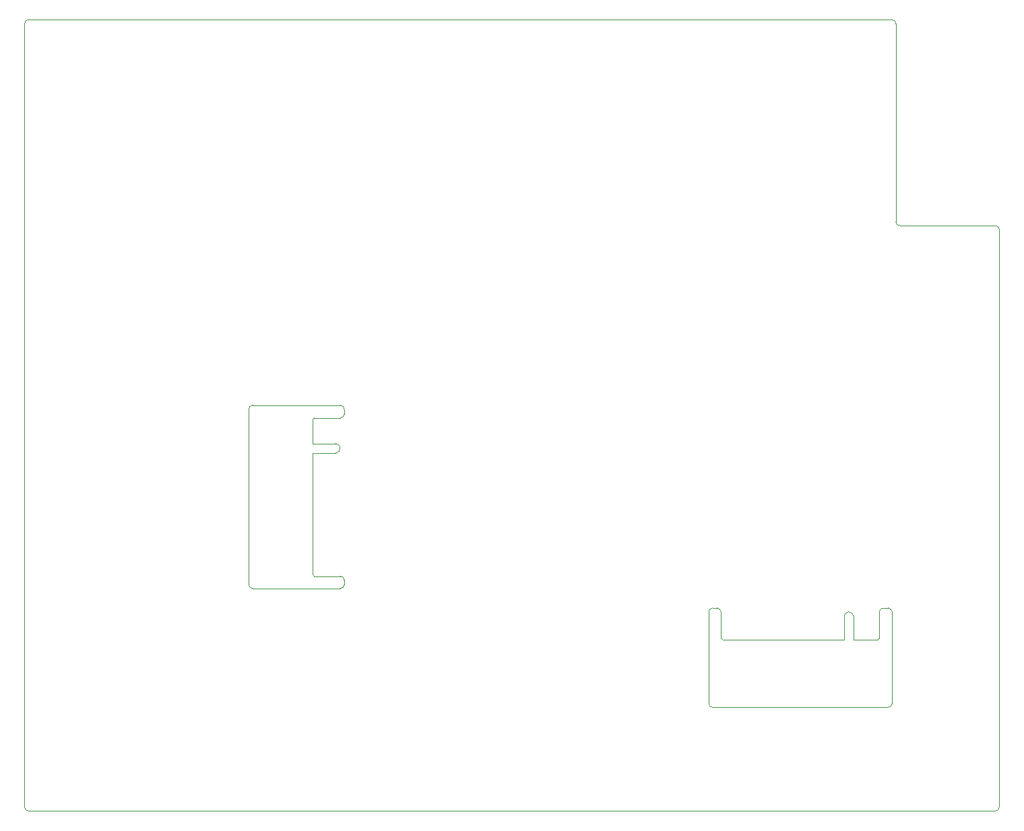
<source format=gbr>
%TF.GenerationSoftware,KiCad,Pcbnew,9.0.0*%
%TF.CreationDate,2025-03-02T13:04:46-05:00*%
%TF.ProjectId,Interposer_Board_JoneyTech,496e7465-7270-46f7-9365-725f426f6172,rev?*%
%TF.SameCoordinates,Original*%
%TF.FileFunction,Profile,NP*%
%FSLAX46Y46*%
G04 Gerber Fmt 4.6, Leading zero omitted, Abs format (unit mm)*
G04 Created by KiCad (PCBNEW 9.0.0) date 2025-03-02 13:04:46*
%MOMM*%
%LPD*%
G01*
G04 APERTURE LIST*
%TA.AperFunction,Profile*%
%ADD10C,0.050000*%
%TD*%
G04 APERTURE END LIST*
D10*
X191776100Y-46278600D02*
G75*
G02*
X192276100Y-46778600I0J-500000D01*
G01*
X105951100Y-70653600D02*
X105951100Y-73678600D01*
X177201100Y-98153599D02*
G75*
G02*
X177001101Y-98353600I-200000J-1D01*
G01*
X178301100Y-94353599D02*
X177751100Y-94353600D01*
X179776100Y-46278600D02*
G75*
G02*
X179276100Y-45778599I0J500000D01*
G01*
X109451100Y-70453600D02*
X106151100Y-70453600D01*
X109451100Y-68853599D02*
G75*
G02*
X109951101Y-69353600I0J-500001D01*
G01*
X179276101Y-45778599D02*
X179276100Y-20903600D01*
X177201100Y-98153600D02*
X177201100Y-94853600D01*
X178751100Y-20378601D02*
G75*
G02*
X179276099Y-20903600I0J-524999D01*
G01*
X192276100Y-119378600D02*
G75*
G02*
X191776100Y-119878600I-500000J0D01*
G01*
X156251100Y-106853600D02*
X178301100Y-106853600D01*
X156251100Y-94353599D02*
X156801100Y-94353600D01*
X178801101Y-94853600D02*
X178801100Y-106353600D01*
X173376100Y-94853600D02*
G75*
G02*
X173976100Y-95453600I0J-600000D01*
G01*
X109951100Y-69953601D02*
G75*
G02*
X109451099Y-70453600I-500000J1D01*
G01*
X106151100Y-90353600D02*
G75*
G02*
X105951100Y-90153600I0J200000D01*
G01*
X177201100Y-94853600D02*
G75*
G02*
X177701100Y-94353600I500000J0D01*
G01*
X70276100Y-119878600D02*
G75*
G02*
X69776100Y-119378600I0J500000D01*
G01*
X109451100Y-91903600D02*
X98451100Y-91903600D01*
X157501100Y-98353600D02*
G75*
G02*
X157301100Y-98153600I0J200000D01*
G01*
X155751099Y-94853600D02*
G75*
G02*
X156251100Y-94353599I500001J0D01*
G01*
X172776100Y-95453600D02*
G75*
G02*
X173376100Y-94853600I600000J0D01*
G01*
X109451100Y-74278600D02*
G75*
G02*
X108851100Y-74878600I-600000J0D01*
G01*
X97951100Y-91403600D02*
X97951100Y-69353600D01*
X156251100Y-106853600D02*
G75*
G02*
X155751100Y-106353599I0J500000D01*
G01*
X179776100Y-46278600D02*
X191776100Y-46278600D01*
X177701100Y-94353600D02*
X177751100Y-94353600D01*
X157301100Y-98153600D02*
X157301100Y-94853600D01*
X108851100Y-74878600D02*
X105951100Y-74878600D01*
X98451101Y-91903600D02*
G75*
G02*
X97951100Y-91403600I-1J500000D01*
G01*
X178751100Y-20378600D02*
X70276095Y-20378600D01*
X105951100Y-74878600D02*
X105951100Y-90153600D01*
X106151100Y-90353600D02*
X109451100Y-90353600D01*
X157501100Y-98353600D02*
X172776100Y-98353600D01*
X69776105Y-20878600D02*
G75*
G02*
X70276095Y-20378605I499995J0D01*
G01*
X191776100Y-119878600D02*
X70276100Y-119878600D01*
X97951100Y-69353600D02*
G75*
G02*
X98451101Y-68853600I500000J0D01*
G01*
X109451100Y-90353600D02*
G75*
G02*
X109951100Y-90853600I0J-500000D01*
G01*
X178801100Y-106353599D02*
G75*
G02*
X178301100Y-106853600I-500000J-1D01*
G01*
X109951101Y-91403600D02*
X109951100Y-90853600D01*
X108851101Y-73678600D02*
G75*
G02*
X109451100Y-74278601I-1J-600000D01*
G01*
X173976100Y-98353600D02*
X177001101Y-98353600D01*
X109951101Y-69353600D02*
X109951099Y-69953601D01*
X109951100Y-91403600D02*
G75*
G02*
X109451100Y-91903600I-500000J0D01*
G01*
X69776100Y-119378600D02*
X69776100Y-20878600D01*
X173976100Y-95453600D02*
X173976100Y-98353600D01*
X156801100Y-94353600D02*
G75*
G02*
X157301100Y-94853600I0J-500000D01*
G01*
X105951100Y-73678600D02*
X108851101Y-73678600D01*
X109451100Y-68853599D02*
X98451100Y-68853600D01*
X155751099Y-94853600D02*
X155751100Y-106353600D01*
X178301100Y-94353600D02*
G75*
G02*
X178801100Y-94853600I0J-500000D01*
G01*
X105951100Y-70653600D02*
G75*
G02*
X106151100Y-70453600I200000J0D01*
G01*
X172776100Y-98353600D02*
X172776100Y-95453600D01*
X192276100Y-119378600D02*
X192276100Y-46778600D01*
M02*

</source>
